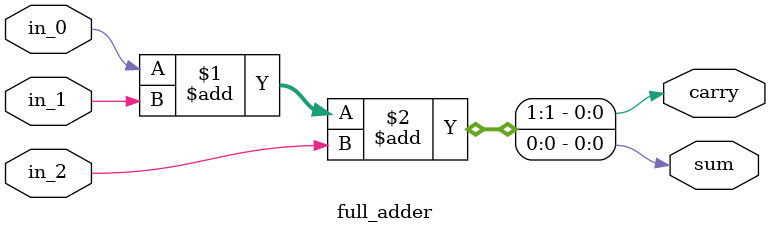
<source format=v>

module full_adder (
  input  wire in_0,
  input  wire in_1,
  input  wire in_2,
  output wire sum,
  output wire carry
);

  assign {carry, sum} = in_0 + in_1 + in_2;
  
  // wire s1, s2;
  // wire c1, c2;

  // half_adder ha1 (in_0, in_1, s1, c1);
  // half_adder ha2 (in_2, s1, s2, c2);

  // assign sum = s2;
  // assign carry = c1 | c2;

endmodule

</source>
